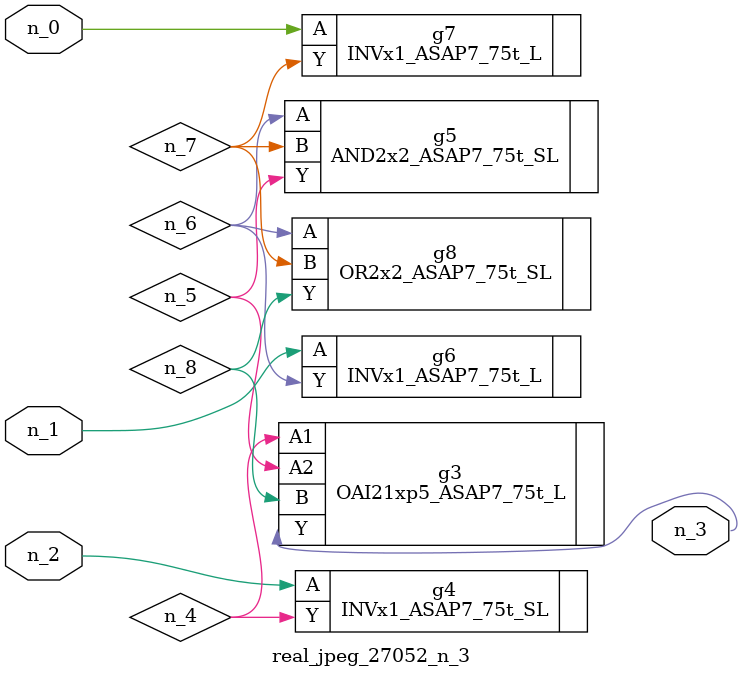
<source format=v>
module real_jpeg_27052_n_3 (n_1, n_0, n_2, n_3);

input n_1;
input n_0;
input n_2;

output n_3;

wire n_5;
wire n_4;
wire n_8;
wire n_6;
wire n_7;

INVx1_ASAP7_75t_L g7 ( 
.A(n_0),
.Y(n_7)
);

INVx1_ASAP7_75t_L g6 ( 
.A(n_1),
.Y(n_6)
);

INVx1_ASAP7_75t_SL g4 ( 
.A(n_2),
.Y(n_4)
);

OAI21xp5_ASAP7_75t_L g3 ( 
.A1(n_4),
.A2(n_5),
.B(n_8),
.Y(n_3)
);

AND2x2_ASAP7_75t_SL g5 ( 
.A(n_6),
.B(n_7),
.Y(n_5)
);

OR2x2_ASAP7_75t_SL g8 ( 
.A(n_6),
.B(n_7),
.Y(n_8)
);


endmodule
</source>
